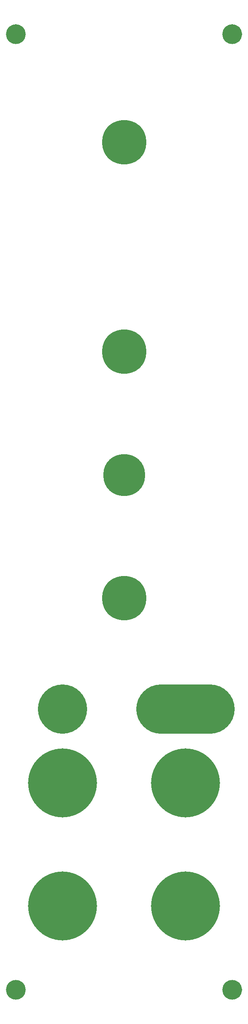
<source format=gts>
%TF.GenerationSoftware,KiCad,Pcbnew,(6.0.5)*%
%TF.CreationDate,2022-09-08T21:16:29+02:00*%
%TF.ProjectId,Bissell-Bouten_Envelope-o-Matic_panel,42697373-656c-46c2-9d42-6f7574656e5f,1.0*%
%TF.SameCoordinates,Original*%
%TF.FileFunction,Soldermask,Top*%
%TF.FilePolarity,Negative*%
%FSLAX46Y46*%
G04 Gerber Fmt 4.6, Leading zero omitted, Abs format (unit mm)*
G04 Created by KiCad (PCBNEW (6.0.5)) date 2022-09-08 21:16:29*
%MOMM*%
%LPD*%
G01*
G04 APERTURE LIST*
%ADD10C,0.400000*%
%ADD11C,4.000000*%
%ADD12C,0.600000*%
%ADD13C,9.000000*%
%ADD14C,10.000000*%
%ADD15C,14.000000*%
%ADD16C,8.500000*%
G04 APERTURE END LIST*
G36*
X107500000Y-175000000D02*
G01*
X117500000Y-175000000D01*
X117500000Y-185000000D01*
X107500000Y-185000000D01*
X107500000Y-175000000D01*
G37*
D10*
%TO.C,H4*%
X76727208Y-44272792D03*
X79800000Y-43000000D03*
X79272792Y-44272792D03*
D11*
X78000000Y-43000000D03*
D10*
X78000000Y-44800000D03*
X76727208Y-41727208D03*
X76200000Y-43000000D03*
X78000000Y-41200000D03*
X79272792Y-41727208D03*
%TD*%
%TO.C,H1*%
X76200000Y-237000000D03*
X79800000Y-237000000D03*
X76727208Y-238272792D03*
X79272792Y-238272792D03*
X78000000Y-235200000D03*
X79272792Y-235727208D03*
D11*
X78000000Y-237000000D03*
D10*
X76727208Y-235727208D03*
X78000000Y-238800000D03*
%TD*%
D12*
%TO.C,H14*%
X96000000Y-157500000D03*
X100000000Y-161500000D03*
X97171573Y-154671573D03*
X100000000Y-153500000D03*
D13*
X100000000Y-157500000D03*
D12*
X104000000Y-157500000D03*
X102828427Y-160328427D03*
X102828427Y-154671573D03*
X97171573Y-160328427D03*
%TD*%
%TO.C,H5*%
X110681981Y-176818019D03*
X103000000Y-180000000D03*
D14*
X107500000Y-180000000D03*
D12*
X110681981Y-183181981D03*
X104318019Y-176818019D03*
X107500000Y-175500000D03*
X104318019Y-183181981D03*
X112000000Y-180000000D03*
X107500000Y-184500000D03*
%TD*%
%TO.C,H13*%
X96000000Y-65000000D03*
X102828427Y-67828427D03*
D13*
X100000000Y-65000000D03*
D12*
X97171573Y-62171573D03*
X102828427Y-62171573D03*
X100000000Y-69000000D03*
X104000000Y-65000000D03*
X100000000Y-61000000D03*
X97171573Y-67828427D03*
%TD*%
D15*
%TO.C,H10*%
X87500000Y-195000000D03*
D12*
X91389087Y-191110913D03*
X93000000Y-195000000D03*
X82000000Y-195000000D03*
X83610913Y-198889087D03*
X91389087Y-198889087D03*
X83610913Y-191110913D03*
X87500000Y-189500000D03*
X87500000Y-200500000D03*
%TD*%
%TO.C,H11*%
X108610913Y-198889087D03*
X112500000Y-189500000D03*
X107000000Y-195000000D03*
X116389087Y-198889087D03*
X108610913Y-191110913D03*
D15*
X112500000Y-195000000D03*
D12*
X116389087Y-191110913D03*
X118000000Y-195000000D03*
X112500000Y-200500000D03*
%TD*%
D11*
%TO.C,H2*%
X122000000Y-237000000D03*
D10*
X122000000Y-238800000D03*
X122000000Y-235200000D03*
X123800000Y-237000000D03*
X123272792Y-235727208D03*
X123272792Y-238272792D03*
X120200000Y-237000000D03*
X120727208Y-238272792D03*
X120727208Y-235727208D03*
%TD*%
D14*
%TO.C,H6*%
X117500000Y-180000000D03*
D12*
X113000000Y-180000000D03*
X122000000Y-180000000D03*
X117500000Y-175500000D03*
X114318019Y-183181981D03*
X120681981Y-176818019D03*
X117500000Y-184500000D03*
X120681981Y-183181981D03*
X114318019Y-176818019D03*
%TD*%
%TO.C,H9*%
X93000000Y-220000000D03*
X83610913Y-216110913D03*
X87500000Y-225500000D03*
X82000000Y-220000000D03*
D15*
X87500000Y-220000000D03*
D12*
X91389087Y-216110913D03*
X87500000Y-214500000D03*
X91389087Y-223889087D03*
X83610913Y-223889087D03*
%TD*%
%TO.C,H15*%
X104000000Y-107500000D03*
X100000000Y-111500000D03*
X102828427Y-104671573D03*
X102828427Y-110328427D03*
X97171573Y-110328427D03*
X100000000Y-103500000D03*
D13*
X100000000Y-107500000D03*
D12*
X97171573Y-104671573D03*
X96000000Y-107500000D03*
%TD*%
%TO.C,H8*%
X108610913Y-223889087D03*
X112500000Y-214500000D03*
X116389087Y-223889087D03*
X108610913Y-216110913D03*
X116389087Y-216110913D03*
X118000000Y-220000000D03*
X112500000Y-225500000D03*
X107000000Y-220000000D03*
D15*
X112500000Y-220000000D03*
%TD*%
D12*
%TO.C,H7*%
X92000000Y-180000000D03*
X84318019Y-176818019D03*
X90681981Y-183181981D03*
X84318019Y-183181981D03*
X87500000Y-175500000D03*
D14*
X87500000Y-180000000D03*
D12*
X90681981Y-176818019D03*
X83000000Y-180000000D03*
X87500000Y-184500000D03*
%TD*%
D10*
%TO.C,H3*%
X120727208Y-41727208D03*
X120727208Y-44272792D03*
X123272792Y-44272792D03*
X122000000Y-44800000D03*
X123272792Y-41727208D03*
X120200000Y-43000000D03*
X123800000Y-43000000D03*
X122000000Y-41200000D03*
D11*
X122000000Y-43000000D03*
%TD*%
D12*
%TO.C,H12*%
X100000000Y-136250000D03*
X97348350Y-129848350D03*
X102651650Y-135151650D03*
D16*
X100000000Y-132500000D03*
D12*
X96250000Y-132500000D03*
X97348350Y-135151650D03*
X103750000Y-132500000D03*
X100000000Y-128750000D03*
X102651650Y-129848350D03*
%TD*%
M02*

</source>
